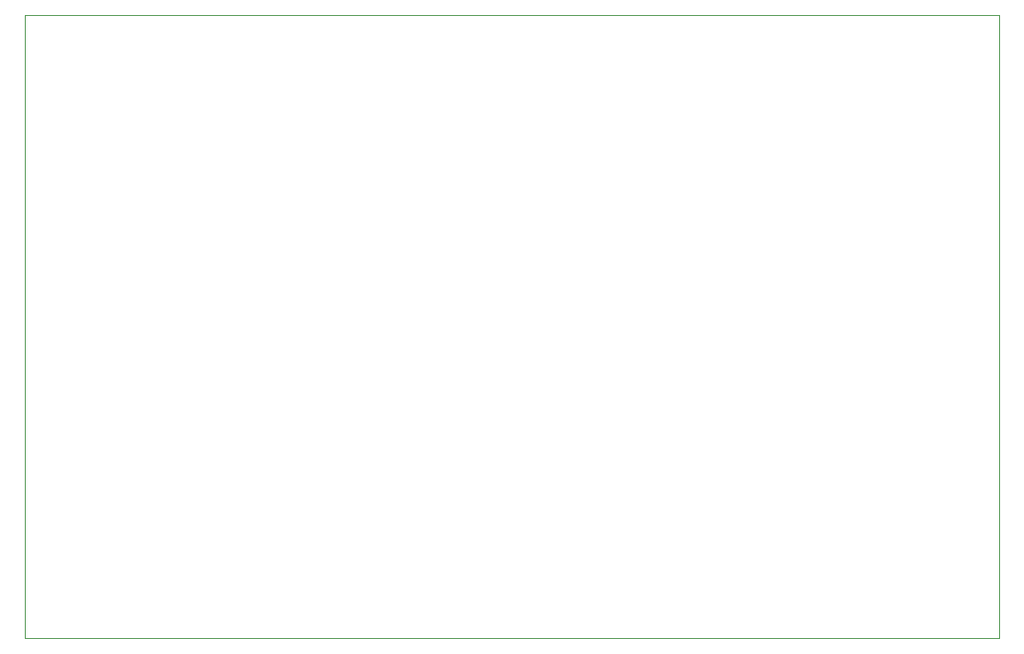
<source format=gm1>
G04 #@! TF.GenerationSoftware,KiCad,Pcbnew,8.0.0*
G04 #@! TF.CreationDate,2024-03-17T17:04:49+00:00*
G04 #@! TF.ProjectId,binClock,62696e43-6c6f-4636-9b2e-6b696361645f,rev?*
G04 #@! TF.SameCoordinates,Original*
G04 #@! TF.FileFunction,Profile,NP*
%FSLAX46Y46*%
G04 Gerber Fmt 4.6, Leading zero omitted, Abs format (unit mm)*
G04 Created by KiCad (PCBNEW 8.0.0) date 2024-03-17 17:04:49*
%MOMM*%
%LPD*%
G01*
G04 APERTURE LIST*
G04 #@! TA.AperFunction,Profile*
%ADD10C,0.050000*%
G04 #@! TD*
G04 APERTURE END LIST*
D10*
X108000000Y-80500000D02*
X201000000Y-80500000D01*
X201000000Y-140000000D01*
X108000000Y-140000000D01*
X108000000Y-80500000D01*
M02*

</source>
